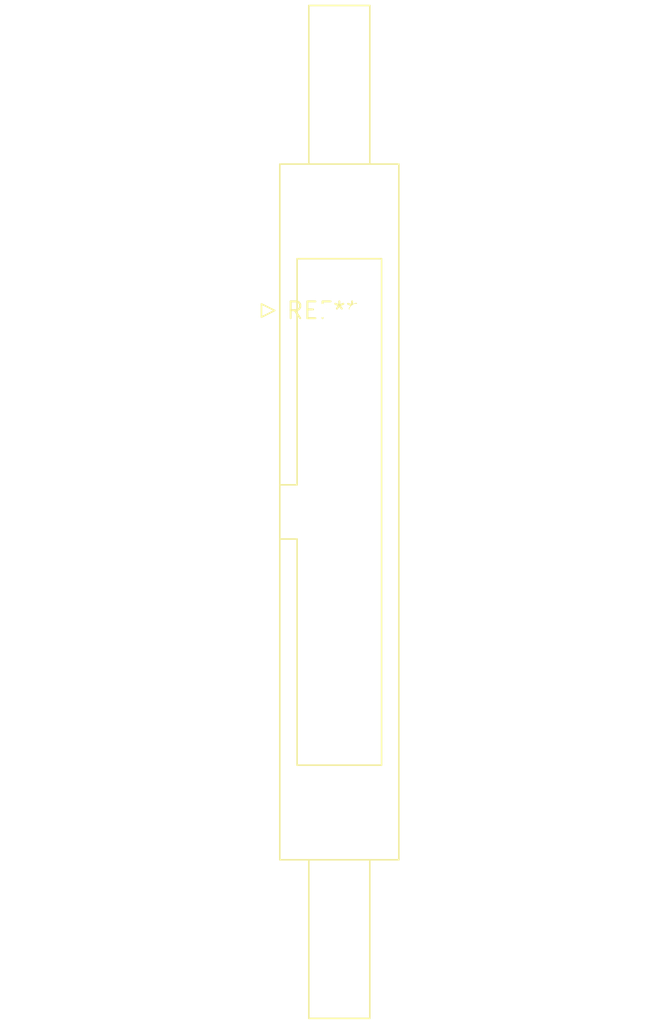
<source format=kicad_pcb>
(kicad_pcb (version 20240108) (generator pcbnew)
  (layers (0 "F.Cu" signal) (31 "B.Cu" signal) (34 "B.Paste" user) (35 "F.Paste" user) (36 "B.SilkS" user "B.Silkscreen") (37 "F.SilkS" user "F.Silkscreen") (38 "B.Mask" user) (39 "F.Mask" user) (44 "Edge.Cuts" user))
  (net 0 "")
  (footprint "IDC-Header_2x13_P2.54mm_Latch12.0mm_Vertical" (layer "F.Cu") (at 0 0)
    (property "Reference" "REF**")
    (property "Value" "IDC-Header_2x13_P2.54mm_Latch12.0mm_Vertical")
    (fp_line (start -4.63 -0.5) (end -4.63 0.5) (layer "F.SilkS") (stroke (width 0.12)))
    (fp_line (start -4.63 0.5) (end -3.63 0) (layer "F.SilkS") (stroke (width 0.12)))
    (fp_line (start -3.63 0) (end -4.63 -0.5) (layer "F.SilkS") (stroke (width 0.12)))
    (fp_line (start -3.24 -11.08) (end 5.78 -11.08) (layer "F.SilkS") (stroke (width 0.12)))
    (fp_line (start -3.24 13.19) (end -1.93 13.19) (layer "F.SilkS") (stroke (width 0.12)))
    (fp_line (start -3.24 41.56) (end -3.24 -11.08) (layer "F.SilkS") (stroke (width 0.12)))
    (fp_line (start -1.93 -3.92) (end 4.47 -3.92) (layer "F.SilkS") (stroke (width 0.12)))
    (fp_line (start -1.93 13.19) (end -1.93 -3.92) (layer "F.SilkS") (stroke (width 0.12)))
    (fp_line (start -1.93 17.29) (end -3.24 17.29) (layer "F.SilkS") (stroke (width 0.12)))
    (fp_line (start -1.93 17.29) (end -1.93 17.29) (layer "F.SilkS") (stroke (width 0.12)))
    (fp_line (start -1.93 34.4) (end -1.93 17.29) (layer "F.SilkS") (stroke (width 0.12)))
    (fp_line (start -1.04 -23.08) (end 3.58 -23.08) (layer "F.SilkS") (stroke (width 0.12)))
    (fp_line (start -1.04 -11.08) (end -1.04 -23.08) (layer "F.SilkS") (stroke (width 0.12)))
    (fp_line (start -1.04 41.56) (end -1.04 53.56) (layer "F.SilkS") (stroke (width 0.12)))
    (fp_line (start -1.04 53.56) (end 3.58 53.56) (layer "F.SilkS") (stroke (width 0.12)))
    (fp_line (start 3.58 -23.08) (end 3.58 -11.08) (layer "F.SilkS") (stroke (width 0.12)))
    (fp_line (start 3.58 53.56) (end 3.58 41.56) (layer "F.SilkS") (stroke (width 0.12)))
    (fp_line (start 4.47 -3.92) (end 4.47 34.4) (layer "F.SilkS") (stroke (width 0.12)))
    (fp_line (start 4.47 34.4) (end -1.93 34.4) (layer "F.SilkS") (stroke (width 0.12)))
    (fp_line (start 5.78 -11.08) (end 5.78 41.56) (layer "F.SilkS") (stroke (width 0.12)))
    (fp_line (start 5.78 41.56) (end -3.24 41.56) (layer "F.SilkS") (stroke (width 0.12)))
    (pad "1" thru_hole roundrect (at 0 0) (size 1.7 1.7) (drill 1) (layers *.Cu *.Mask) (remove_unused_layers) (roundrect_rratio 0.147059))
    (pad "2" thru_hole circle (at 2.54 0) (size 1.7 1.7) (drill 1) (layers *.Cu *.Mask) (remove_unused_layers))
    (pad "3" thru_hole circle (at 0 2.54) (size 1.7 1.7) (drill 1) (layers *.Cu *.Mask) (remove_unused_layers))
    (pad "4" thru_hole circle (at 2.54 2.54) (size 1.7 1.7) (drill 1) (layers *.Cu *.Mask) (remove_unused_layers))
    (pad "5" thru_hole circle (at 0 5.08) (size 1.7 1.7) (drill 1) (layers *.Cu *.Mask) (remove_unused_layers))
    (pad "6" thru_hole circle (at 2.54 5.08) (size 1.7 1.7) (drill 1) (layers *.Cu *.Mask) (remove_unused_layers))
    (pad "7" thru_hole circle (at 0 7.62) (size 1.7 1.7) (drill 1) (layers *.Cu *.Mask) (remove_unused_layers))
    (pad "8" thru_hole circle (at 2.54 7.62) (size 1.7 1.7) (drill 1) (layers *.Cu *.Mask) (remove_unused_layers))
    (pad "9" thru_hole circle (at 0 10.16) (size 1.7 1.7) (drill 1) (layers *.Cu *.Mask) (remove_unused_layers))
    (pad "10" thru_hole circle (at 2.54 10.16) (size 1.7 1.7) (drill 1) (layers *.Cu *.Mask) (remove_unused_layers))
    (pad "11" thru_hole circle (at 0 12.7) (size 1.7 1.7) (drill 1) (layers *.Cu *.Mask) (remove_unused_layers))
    (pad "12" thru_hole circle (at 2.54 12.7) (size 1.7 1.7) (drill 1) (layers *.Cu *.Mask) (remove_unused_layers))
    (pad "13" thru_hole circle (at 0 15.24) (size 1.7 1.7) (drill 1) (layers *.Cu *.Mask) (remove_unused_layers))
    (pad "14" thru_hole circle (at 2.54 15.24) (size 1.7 1.7) (drill 1) (layers *.Cu *.Mask) (remove_unused_layers))
    (pad "15" thru_hole circle (at 0 17.78) (size 1.7 1.7) (drill 1) (layers *.Cu *.Mask) (remove_unused_layers))
    (pad "16" thru_hole circle (at 2.54 17.78) (size 1.7 1.7) (drill 1) (layers *.Cu *.Mask) (remove_unused_layers))
    (pad "17" thru_hole circle (at 0 20.32) (size 1.7 1.7) (drill 1) (layers *.Cu *.Mask) (remove_unused_layers))
    (pad "18" thru_hole circle (at 2.54 20.32) (size 1.7 1.7) (drill 1) (layers *.Cu *.Mask) (remove_unused_layers))
    (pad "19" thru_hole circle (at 0 22.86) (size 1.7 1.7) (drill 1) (layers *.Cu *.Mask) (remove_unused_layers))
    (pad "20" thru_hole circle (at 2.54 22.86) (size 1.7 1.7) (drill 1) (layers *.Cu *.Mask) (remove_unused_layers))
    (pad "21" thru_hole circle (at 0 25.4) (size 1.7 1.7) (drill 1) (layers *.Cu *.Mask) (remove_unused_layers))
    (pad "22" thru_hole circle (at 2.54 25.4) (size 1.7 1.7) (drill 1) (layers *.Cu *.Mask) (remove_unused_layers))
    (pad "23" thru_hole circle (at 0 27.94) (size 1.7 1.7) (drill 1) (layers *.Cu *.Mask) (remove_unused_layers))
    (pad "24" thru_hole circle (at 2.54 27.94) (size 1.7 1.7) (drill 1) (layers *.Cu *.Mask) (remove_unused_layers))
    (pad "25" thru_hole circle (at 0 30.48) (size 1.7 1.7) (drill 1) (layers *.Cu *.Mask) (remove_unused_layers))
    (pad "26" thru_hole circle (at 2.54 30.48) (size 1.7 1.7) (drill 1) (layers *.Cu *.Mask) (remove_unused_layers))
  )
)
</source>
